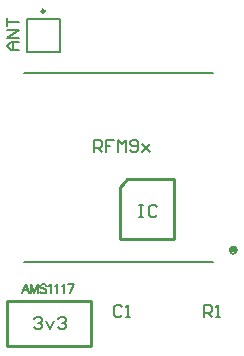
<source format=gto>
G04 Layer_Color=65535*
%FSLAX25Y25*%
%MOIN*%
G70*
G01*
G75*
%ADD21C,0.00800*%
%ADD22C,0.01000*%
%ADD23C,0.00984*%
%ADD24C,0.00787*%
%ADD25C,0.00500*%
%ADD26R,0.02059X0.01500*%
D21*
X80586Y62400D02*
G03*
X80586Y62400I-1200J0D01*
G01*
X9500Y58500D02*
X72496D01*
X9500Y121496D02*
X72496D01*
X69500Y40000D02*
Y43999D01*
X71499D01*
X72166Y43332D01*
Y41999D01*
X71499Y41333D01*
X69500D01*
X70833D02*
X72166Y40000D01*
X73499D02*
X74832D01*
X74165D01*
Y43999D01*
X73499Y43332D01*
X42166D02*
X41499Y43999D01*
X40167D01*
X39500Y43332D01*
Y40666D01*
X40167Y40000D01*
X41499D01*
X42166Y40666D01*
X43499Y40000D02*
X44832D01*
X44165D01*
Y43999D01*
X43499Y43332D01*
X13000Y39332D02*
X13667Y39999D01*
X14999D01*
X15666Y39332D01*
Y38666D01*
X14999Y37999D01*
X14333D01*
X14999D01*
X15666Y37333D01*
Y36667D01*
X14999Y36000D01*
X13667D01*
X13000Y36667D01*
X16999Y38666D02*
X18332Y36000D01*
X19665Y38666D01*
X20998Y39332D02*
X21664Y39999D01*
X22997D01*
X23663Y39332D01*
Y38666D01*
X22997Y37999D01*
X22330D01*
X22997D01*
X23663Y37333D01*
Y36667D01*
X22997Y36000D01*
X21664D01*
X20998Y36667D01*
X8000Y129000D02*
X5334D01*
X4001Y130333D01*
X5334Y131666D01*
X8000D01*
X6001D01*
Y129000D01*
X8000Y132999D02*
X4001D01*
X8000Y135665D01*
X4001D01*
Y136997D02*
Y139663D01*
Y138330D01*
X8000D01*
X33000Y95000D02*
Y98999D01*
X34999D01*
X35666Y98332D01*
Y96999D01*
X34999Y96333D01*
X33000D01*
X34333D02*
X35666Y95000D01*
X39665Y98999D02*
X36999D01*
Y96999D01*
X38332D01*
X36999D01*
Y95000D01*
X40997D02*
Y98999D01*
X42330Y97666D01*
X43663Y98999D01*
Y95000D01*
X44996Y95666D02*
X45663Y95000D01*
X46995D01*
X47662Y95666D01*
Y98332D01*
X46995Y98999D01*
X45663D01*
X44996Y98332D01*
Y97666D01*
X45663Y96999D01*
X47662D01*
X48995Y97666D02*
X51661Y95000D01*
X50328Y96333D01*
X51661Y97666D01*
X48995Y95000D01*
X48000Y77499D02*
X49333D01*
X48667D01*
Y73500D01*
X48000D01*
X49333D01*
X53998Y76832D02*
X53332Y77499D01*
X51999D01*
X51332Y76832D01*
Y74167D01*
X51999Y73500D01*
X53332D01*
X53998Y74167D01*
D22*
X59500Y66000D02*
Y86000D01*
X44000D02*
X59500D01*
X42500Y84500D02*
X44000Y86000D01*
X41500Y83500D02*
X42500Y84500D01*
X41500Y66000D02*
Y83500D01*
Y66000D02*
X59500D01*
X4079Y30476D02*
Y45476D01*
X32032D01*
Y30476D02*
Y45476D01*
X4079Y30476D02*
X32032D01*
D23*
X16492Y142071D02*
G03*
X16492Y142071I-492J0D01*
G01*
D24*
X10488Y128488D02*
Y139512D01*
Y128488D02*
X21512D01*
Y139512D01*
X10488D02*
X21512D01*
D25*
X11285Y48000D02*
X10143Y50999D01*
X9000Y48000D01*
X9428Y49000D02*
X10857D01*
X11985Y50999D02*
Y48000D01*
Y50999D02*
X13128Y48000D01*
X14270Y50999D02*
X13128Y48000D01*
X14270Y50999D02*
Y48000D01*
X17127Y50571D02*
X16841Y50857D01*
X16413Y50999D01*
X15841D01*
X15413Y50857D01*
X15127Y50571D01*
Y50285D01*
X15270Y50000D01*
X15413Y49857D01*
X15699Y49714D01*
X16556Y49428D01*
X16841Y49285D01*
X16984Y49143D01*
X17127Y48857D01*
Y48428D01*
X16841Y48143D01*
X16413Y48000D01*
X15841D01*
X15413Y48143D01*
X15127Y48428D01*
X17798Y50428D02*
X18084Y50571D01*
X18512Y50999D01*
Y48000D01*
X19998Y50428D02*
X20283Y50571D01*
X20712Y50999D01*
Y48000D01*
X22197Y50428D02*
X22483Y50571D01*
X22911Y50999D01*
Y48000D01*
X26396Y50999D02*
X24968Y48000D01*
X24397Y50999D02*
X26396D01*
D26*
X79431Y62350D02*
D03*
M02*

</source>
